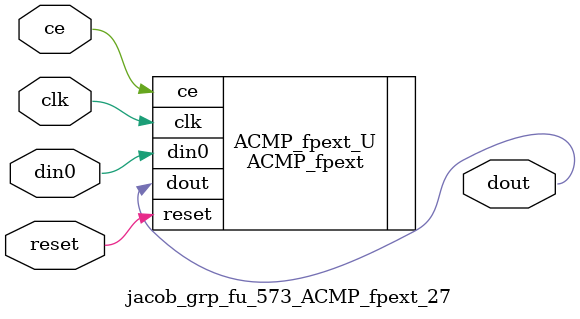
<source format=v>

`timescale 1 ns / 1 ps
module jacob_grp_fu_573_ACMP_fpext_27(
    clk,
    reset,
    ce,
    din0,
    dout);

parameter ID = 32'd1;
parameter NUM_STAGE = 32'd1;
parameter din0_WIDTH = 32'd1;
parameter dout_WIDTH = 32'd1;
input clk;
input reset;
input ce;
input[din0_WIDTH - 1:0] din0;
output[dout_WIDTH - 1:0] dout;



ACMP_fpext #(
.ID( ID ),
.NUM_STAGE( 2 ),
.din0_WIDTH( din0_WIDTH ),
.dout_WIDTH( dout_WIDTH ))
ACMP_fpext_U(
    .clk( clk ),
    .reset( reset ),
    .ce( ce ),
    .din0( din0 ),
    .dout( dout ));

endmodule

</source>
